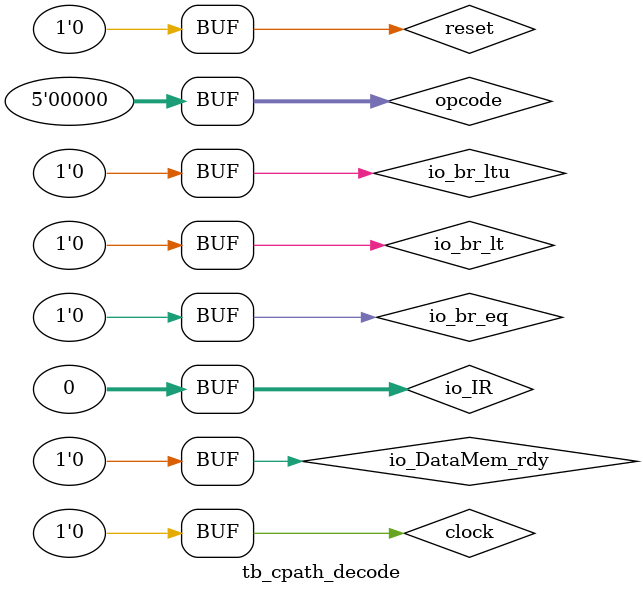
<source format=v>
`timescale 1ns / 1ps


module tb_cpath_decode;

	// Inputs
	reg clock;
	reg reset;
	reg [31:0] io_IR;
	reg io_br_eq;
	reg io_br_lt;
	reg io_br_ltu;
	reg io_DataMem_rdy;
	
	reg [24:0] temp1;
	reg [24:0] temp2;
	reg [21:0] temp3;
	reg [24:0] temp4;
	reg [21:0] temp5;
	reg [21:0] temp6;
	reg [21:0] temp7;
	reg [21:0] temp8;
	reg [14:0] temp9;
	
	reg [4:0]	opcode;
	
	// Outputs
	wire io_BUS_A_sel;
	wire [1:0] io_BUS_B_sel;
	wire [1:0] io_WB_sel;
	wire io_BRJMP_sel;
	wire io_JBType_sel;
	wire [1:0] io_PC_MUX_sel;
	wire 		  io_WEN_RegFile;
	wire 		  io_Mem_rd;
	wire 		  io_Mem_wr;

	// Instantiate the Unit Under Test (UUT)
	Decorder uut (
		.clock(clock), 
		.reset(reset), 
		.io_IR(io_IR), 
		.io_br_eq(io_br_eq), 
		.io_br_lt(io_br_lt), 
		.io_br_ltu(io_br_ltu), 
		.io_DataMem_rdy(io_DataMem_rdy), 
		.io_BUS_A_sel(io_BUS_A_sel), 
		.io_BUS_B_sel(io_BUS_B_sel), 
		.io_WB_sel(io_WB_sel), 
		.io_BRJMP_sel(io_BRJMP_sel), 
		.io_JBType_sel(io_JBType_sel), 
		.io_PC_MUX_sel(io_PC_MUX_sel),
		.io_WEN_RegFile(io_WEN_RegFile),
		.io_Mem_rd(io_Mem_rd),
		.io_Mem_wr_valid(io_Mem_wr)
	);

	initial begin
		// Initialize Inputs
		clock = 0;
		reset = 0;
		io_IR = 0;
		io_br_eq = 0;
		io_br_lt = 0;
		io_br_ltu = 0;
		io_DataMem_rdy = 0;

		// Wait 100 ns for global reset to finish
		#100;
        
		// Add stimulus here
				
		
	
		//temp1 = 32'd0; 
		//io_IR = {temp1,7'b0110111};  //LUI
		io_IR = 32'd0;  //LUI
		
		opcode = io_IR[6:2];
		#100;
		
/*
		temp2 = $random; 
		io_IR = {temp2,7'b0010111};  //AUIPC
		opcode = io_IR[6:2];
		#100;

		temp3 = $random;
		io_IR = {temp3[21:5],3'b000,temp3[4:0],7'b1100111};  //JALR
		opcode = io_IR[6:2]; 
		#100;

		temp4 = $random;
		io_IR = {temp4,7'b1101111};  //JAL  
		opcode = io_IR[6:2];
		#100;

		temp5 = $random;
		io_IR = {temp5[21:5],3'b000,temp5[4:0],7'b1100011};  //BEQ  
		opcode = io_IR[6:2];
		#100;

		temp6 = $random;
		io_IR = {temp6[21:5],3'b000,temp6[4:0],7'b0000011};  //LB   
		opcode = io_IR[6:2];
		io_DataMem_rdy = 1'b0;
		#50;
		io_DataMem_rdy = 1'b1;
		#100;

		temp7 = $random;
		io_IR = {temp7[21:5],3'b000,temp7[4:0],7'b0100011};  //SB  
		opcode = io_IR[6:2];
		io_DataMem_rdy = 1'b0;
		#50;
		io_DataMem_rdy = 1'b1;
		#100;

		temp8 = $random; 
		io_IR = {temp8[21:5],3'b000,temp8[4:0],7'b0010011};  //ADDI 
		opcode = io_IR[6:2];
		#100;

		temp9 = $random;
		io_IR = {7'b0000000,temp9[14:5],3'b000,temp9[4:0],7'b0110011};  //ADD  
		opcode = io_IR[6:2];
		#100;
*/
	end
      
endmodule


</source>
